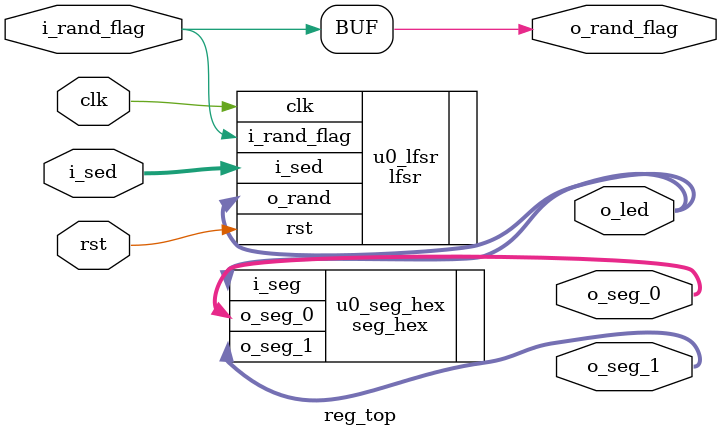
<source format=v>
module reg_top(
    input clk,
    input rst,
    input [7:0] i_sed,
    input       i_rand_flag,
    output [7:0] o_seg_1,
    output [7:0] o_seg_0,
    output [7:0] o_led,
    output       o_rand_flag
);

    lfsr u0_lfsr(
        .clk(clk), 
        .rst(rst), 
        .i_sed(i_sed), 
        .i_rand_flag(i_rand_flag), 
        .o_rand(o_led)
    );

    seg_hex u0_seg_hex(
        .i_seg(o_led),
        .o_seg_0(o_seg_0),
        .o_seg_1(o_seg_1)
    );

    assign o_rand_flag = i_rand_flag;
endmodule

</source>
